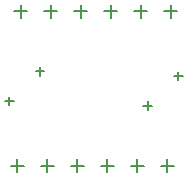
<source format=gbr>
G04*
G04 #@! TF.GenerationSoftware,Altium Limited,Altium Designer,25.8.1 (18)*
G04*
G04 Layer_Color=128*
%FSLAX25Y25*%
%MOIN*%
G70*
G04*
G04 #@! TF.SameCoordinates,25F45E09-9C10-4E27-91D0-FF4D7BA81395*
G04*
G04*
G04 #@! TF.FilePolarity,Positive*
G04*
G01*
G75*
%ADD27C,0.00500*%
D27*
X105508Y157386D02*
X109839D01*
X107673Y155220D02*
Y159551D01*
X115508Y157386D02*
X119839D01*
X117673Y155220D02*
Y159551D01*
X125508Y157386D02*
X129839D01*
X127673Y155220D02*
Y159551D01*
X135508Y157386D02*
X139839D01*
X137673Y155220D02*
Y159551D01*
X145508Y157386D02*
X149839D01*
X147673Y155220D02*
Y159551D01*
X155508Y157386D02*
X159839D01*
X157673Y155220D02*
Y159551D01*
X104335Y106000D02*
X108665D01*
X106500Y103835D02*
Y108165D01*
X114335Y106000D02*
X118665D01*
X116500Y103835D02*
Y108165D01*
X124335Y106000D02*
X128665D01*
X126500Y103835D02*
Y108165D01*
X134335Y106000D02*
X138665D01*
X136500Y103835D02*
Y108165D01*
X144335Y106000D02*
X148665D01*
X146500Y103835D02*
Y108165D01*
X154335Y106000D02*
X158665D01*
X156500Y103835D02*
Y108165D01*
X158836Y135827D02*
X161636D01*
X160236Y134427D02*
Y137227D01*
X112773Y137402D02*
X115573D01*
X114173Y136002D02*
Y138802D01*
X148600Y125984D02*
X151400D01*
X150000Y124584D02*
Y127384D01*
X102537Y127559D02*
X105337D01*
X103937Y126159D02*
Y128959D01*
M02*

</source>
